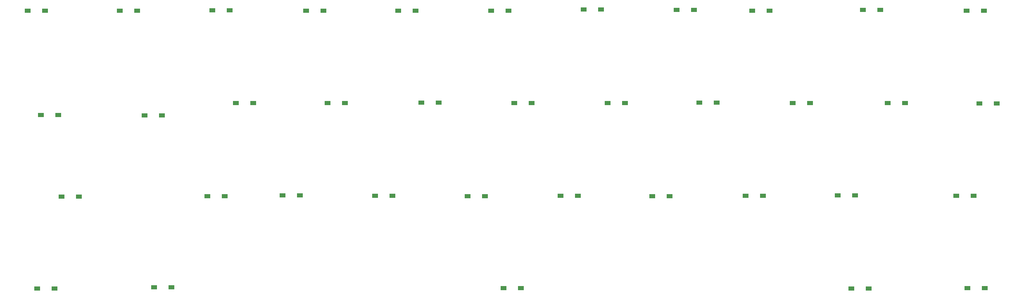
<source format=gbr>
%TF.GenerationSoftware,KiCad,Pcbnew,7.0.8*%
%TF.CreationDate,2024-11-13T13:09:42+09:00*%
%TF.ProjectId,cool337,636f6f6c-3333-4372-9e6b-696361645f70,rev?*%
%TF.SameCoordinates,Original*%
%TF.FileFunction,Paste,Top*%
%TF.FilePolarity,Positive*%
%FSLAX46Y46*%
G04 Gerber Fmt 4.6, Leading zero omitted, Abs format (unit mm)*
G04 Created by KiCad (PCBNEW 7.0.8) date 2024-11-13 13:09:42*
%MOMM*%
%LPD*%
G01*
G04 APERTURE LIST*
%ADD10R,1.300000X0.950000*%
G04 APERTURE END LIST*
D10*
%TO.C,D6*%
X97945000Y-8330000D03*
X101495000Y-8330000D03*
%TD*%
%TO.C,D20*%
X159790000Y-27290000D03*
X163340000Y-27290000D03*
%TD*%
%TO.C,D7*%
X116955000Y-8080000D03*
X120505000Y-8080000D03*
%TD*%
%TO.C,D31*%
X169045000Y-46320000D03*
X172595000Y-46320000D03*
%TD*%
%TO.C,D8*%
X135965000Y-8200000D03*
X139515000Y-8200000D03*
%TD*%
%TO.C,D22*%
X198040000Y-27410000D03*
X201590000Y-27410000D03*
%TD*%
%TO.C,D34*%
X28860000Y-65170000D03*
X32410000Y-65170000D03*
%TD*%
%TO.C,D29*%
X131035000Y-46420000D03*
X134585000Y-46420000D03*
%TD*%
%TO.C,D23*%
X9885000Y-46520000D03*
X13435000Y-46520000D03*
%TD*%
%TO.C,D24*%
X39845000Y-46460000D03*
X43395000Y-46460000D03*
%TD*%
%TO.C,D32*%
X193310000Y-46390000D03*
X196860000Y-46390000D03*
%TD*%
%TO.C,D26*%
X74190000Y-46340000D03*
X77740000Y-46340000D03*
%TD*%
%TO.C,D15*%
X64460000Y-27330000D03*
X68010000Y-27330000D03*
%TD*%
%TO.C,D2*%
X21880000Y-8330000D03*
X25430000Y-8330000D03*
%TD*%
%TO.C,D12*%
X5695000Y-29750000D03*
X9245000Y-29750000D03*
%TD*%
%TO.C,D36*%
X171775000Y-65420000D03*
X175325000Y-65420000D03*
%TD*%
%TO.C,D25*%
X55185000Y-46280000D03*
X58735000Y-46280000D03*
%TD*%
%TO.C,D3*%
X40835000Y-8240000D03*
X44385000Y-8240000D03*
%TD*%
%TO.C,D10*%
X174145000Y-8140000D03*
X177695000Y-8140000D03*
%TD*%
%TO.C,D35*%
X100495000Y-65360000D03*
X104045000Y-65360000D03*
%TD*%
%TO.C,D5*%
X78945000Y-8360000D03*
X82495000Y-8360000D03*
%TD*%
%TO.C,D30*%
X150155000Y-46370000D03*
X153705000Y-46370000D03*
%TD*%
%TO.C,D1*%
X2955000Y-8330000D03*
X6505000Y-8330000D03*
%TD*%
%TO.C,D19*%
X140650000Y-27260000D03*
X144200000Y-27260000D03*
%TD*%
%TO.C,D18*%
X121870000Y-27350000D03*
X125420000Y-27350000D03*
%TD*%
%TO.C,D14*%
X45670000Y-27340000D03*
X49220000Y-27340000D03*
%TD*%
%TO.C,D13*%
X26915000Y-29880000D03*
X30465000Y-29880000D03*
%TD*%
%TO.C,D37*%
X195590000Y-65370000D03*
X199140000Y-65370000D03*
%TD*%
%TO.C,D9*%
X151455000Y-8350000D03*
X155005000Y-8350000D03*
%TD*%
%TO.C,D4*%
X60075000Y-8310000D03*
X63625000Y-8310000D03*
%TD*%
%TO.C,D33*%
X4960000Y-65430000D03*
X8510000Y-65430000D03*
%TD*%
%TO.C,D11*%
X195455000Y-8340000D03*
X199005000Y-8340000D03*
%TD*%
%TO.C,D17*%
X102740000Y-27320000D03*
X106290000Y-27320000D03*
%TD*%
%TO.C,D27*%
X93190000Y-46470000D03*
X96740000Y-46470000D03*
%TD*%
%TO.C,D16*%
X83650000Y-27190000D03*
X87200000Y-27190000D03*
%TD*%
%TO.C,D21*%
X179230000Y-27280000D03*
X182780000Y-27280000D03*
%TD*%
%TO.C,D28*%
X112220000Y-46360000D03*
X115770000Y-46360000D03*
%TD*%
M02*

</source>
